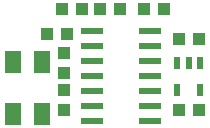
<source format=gbr>
G04 EAGLE Gerber RS-274X export*
G75*
%MOMM*%
%FSLAX34Y34*%
%LPD*%
%INSolderpaste Top*%
%IPPOS*%
%AMOC8*
5,1,8,0,0,1.08239X$1,22.5*%
G01*
%ADD10R,1.100000X1.000000*%
%ADD11R,1.000000X1.100000*%
%ADD12R,1.981200X0.558800*%
%ADD13R,1.400000X1.900000*%
%ADD14R,0.525000X1.125000*%


D10*
X150250Y136525D03*
X167250Y136525D03*
X39125Y140891D03*
X56125Y140891D03*
D11*
X53181Y107388D03*
X53181Y124388D03*
X53181Y76431D03*
X53181Y93431D03*
X68825Y161925D03*
X51825Y161925D03*
X83575Y161925D03*
X100575Y161925D03*
X120881Y161925D03*
X137881Y161925D03*
D12*
X76962Y142875D03*
X76962Y130175D03*
X76962Y117475D03*
X76962Y104775D03*
X76962Y92075D03*
X76962Y79375D03*
X76962Y66675D03*
X126238Y66675D03*
X126238Y79375D03*
X126238Y92075D03*
X126238Y104775D03*
X126238Y117475D03*
X126238Y130175D03*
X126238Y142875D03*
D13*
X34225Y73250D03*
X34225Y117250D03*
X10225Y117250D03*
X10225Y73250D03*
D14*
X168250Y116275D03*
X158750Y116275D03*
X149250Y116275D03*
X149250Y93275D03*
X168250Y93275D03*
D10*
X150250Y76200D03*
X167250Y76200D03*
M02*

</source>
